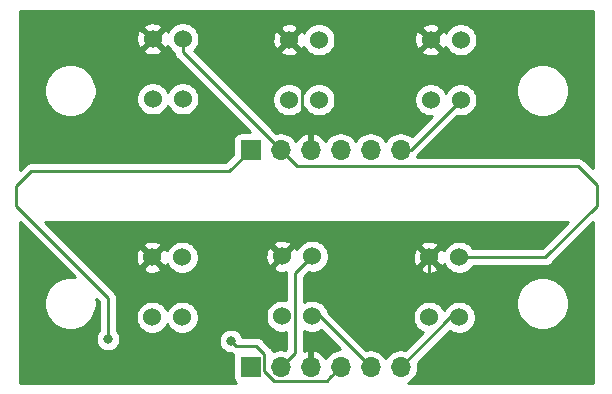
<source format=gbl>
G04 #@! TF.GenerationSoftware,KiCad,Pcbnew,(6.0.0-rc1-dev-1521-g81a0ab4d7)*
G04 #@! TF.CreationDate,2019-02-16T01:33:36+09:00
G04 #@! TF.ProjectId,Linesens_mini,4c696e65-7365-46e7-935f-6d696e692e6b,rev?*
G04 #@! TF.SameCoordinates,Original*
G04 #@! TF.FileFunction,Copper,L2,Bot*
G04 #@! TF.FilePolarity,Positive*
%FSLAX46Y46*%
G04 Gerber Fmt 4.6, Leading zero omitted, Abs format (unit mm)*
G04 Created by KiCad (PCBNEW (6.0.0-rc1-dev-1521-g81a0ab4d7)) date 02/16/19 01:33:36*
%MOMM*%
%LPD*%
G04 APERTURE LIST*
%ADD10C,1.524000*%
%ADD11R,1.700000X1.700000*%
%ADD12O,1.700000X1.700000*%
%ADD13C,0.800000*%
%ADD14C,0.250000*%
%ADD15C,0.254000*%
G04 APERTURE END LIST*
D10*
X77484040Y-83183055D03*
X77484040Y-78103055D03*
X74944040Y-78103055D03*
X74944040Y-83183055D03*
D11*
X83275000Y-69025000D03*
D12*
X85815000Y-69025000D03*
X88355000Y-69025000D03*
X90895000Y-69025000D03*
X93435000Y-69025000D03*
X95975000Y-69025000D03*
X95975000Y-87400000D03*
X93435000Y-87400000D03*
X90895000Y-87400000D03*
X88355000Y-87400000D03*
X85815000Y-87400000D03*
D11*
X83275000Y-87400000D03*
D10*
X101072721Y-64784428D03*
X101072721Y-59704428D03*
X98532721Y-59704428D03*
X98532721Y-64784428D03*
X86532721Y-64784428D03*
X86532721Y-59704428D03*
X89072721Y-59704428D03*
X89072721Y-64784428D03*
X74992721Y-64704428D03*
X74992721Y-59624428D03*
X77532721Y-59624428D03*
X77532721Y-64704428D03*
X100944040Y-83183055D03*
X100944040Y-78103055D03*
X98404040Y-78103055D03*
X98404040Y-83183055D03*
X85944040Y-83103055D03*
X85944040Y-78023055D03*
X88484040Y-78023055D03*
X88484040Y-83103055D03*
D13*
X93970000Y-84080000D03*
X71189998Y-85045000D03*
X81620000Y-85190000D03*
D14*
X88355000Y-67822919D02*
X88355000Y-69025000D01*
X87619722Y-67087641D02*
X88355000Y-67822919D01*
X87619722Y-60791429D02*
X87619722Y-67087641D01*
X86532721Y-59704428D02*
X87619722Y-60791429D01*
X98404040Y-79645960D02*
X98404040Y-78103055D01*
X93970000Y-84080000D02*
X98404040Y-79645960D01*
X71189998Y-84479315D02*
X71189998Y-85045000D01*
X81470000Y-70830000D02*
X64710000Y-70830000D01*
X83275000Y-69025000D02*
X81470000Y-70830000D01*
X64710000Y-70830000D02*
X63424990Y-72115010D01*
X63424990Y-72115010D02*
X63424990Y-73755943D01*
X63424990Y-73755943D02*
X71189998Y-81520951D01*
X71189998Y-81520951D02*
X71189998Y-84479315D01*
X77532721Y-60742721D02*
X77532721Y-59624428D01*
X85815000Y-69025000D02*
X77532721Y-60742721D01*
X87722041Y-78785054D02*
X88484040Y-78023055D01*
X87031041Y-79476054D02*
X87722041Y-78785054D01*
X87031041Y-86183959D02*
X87031041Y-79476054D01*
X85815000Y-87400000D02*
X87031041Y-86183959D01*
X102021670Y-78103055D02*
X100944040Y-78103055D01*
X87180000Y-70390000D02*
X110990000Y-70390000D01*
X85815000Y-69025000D02*
X87180000Y-70390000D01*
X110990000Y-70390000D02*
X112575010Y-71975010D01*
X112575010Y-71975010D02*
X112575010Y-73755943D01*
X112575010Y-73755943D02*
X108227898Y-78103055D01*
X108227898Y-78103055D02*
X102021670Y-78103055D01*
X96832149Y-69025000D02*
X95975000Y-69025000D01*
X101072721Y-64784428D02*
X96832149Y-69025000D01*
X85250999Y-88575001D02*
X89719999Y-88575001D01*
X84450001Y-87774003D02*
X85250999Y-88575001D01*
X84450001Y-86289999D02*
X84450001Y-87774003D01*
X89719999Y-88575001D02*
X90045001Y-88249999D01*
X83750001Y-85589999D02*
X84450001Y-86289999D01*
X90045001Y-88249999D02*
X90895000Y-87400000D01*
X82019999Y-85589999D02*
X83750001Y-85589999D01*
X81620000Y-85190000D02*
X82019999Y-85589999D01*
X89138055Y-83103055D02*
X88484040Y-83103055D01*
X93435000Y-87400000D02*
X89138055Y-83103055D01*
X100191945Y-83183055D02*
X100944040Y-83183055D01*
X95975000Y-87400000D02*
X100191945Y-83183055D01*
D15*
G36*
X107913097Y-77343055D02*
G01*
X102116381Y-77343055D01*
X102029160Y-77212520D01*
X101834575Y-77017935D01*
X101605767Y-76865050D01*
X101351530Y-76759741D01*
X101081632Y-76706055D01*
X100806448Y-76706055D01*
X100536550Y-76759741D01*
X100282313Y-76865050D01*
X100053505Y-77017935D01*
X99858920Y-77212520D01*
X99706035Y-77441328D01*
X99676348Y-77512998D01*
X99671676Y-77500032D01*
X99609696Y-77384075D01*
X99369605Y-77317095D01*
X98583645Y-78103055D01*
X99369605Y-78889015D01*
X99609696Y-78822035D01*
X99673525Y-78686295D01*
X99706035Y-78764782D01*
X99858920Y-78993590D01*
X100053505Y-79188175D01*
X100282313Y-79341060D01*
X100536550Y-79446369D01*
X100806448Y-79500055D01*
X101081632Y-79500055D01*
X101351530Y-79446369D01*
X101605767Y-79341060D01*
X101834575Y-79188175D01*
X102029160Y-78993590D01*
X102116381Y-78863055D01*
X108190576Y-78863055D01*
X108227898Y-78866731D01*
X108265220Y-78863055D01*
X108265231Y-78863055D01*
X108376884Y-78852058D01*
X108520145Y-78808601D01*
X108652174Y-78738029D01*
X108767899Y-78643056D01*
X108791702Y-78614052D01*
X112265001Y-75140754D01*
X112265000Y-88765000D01*
X96571476Y-88765000D01*
X96804014Y-88640706D01*
X97030134Y-88455134D01*
X97215706Y-88229014D01*
X97353599Y-87971034D01*
X97438513Y-87691111D01*
X97467185Y-87400000D01*
X97438513Y-87108889D01*
X97415797Y-87034004D01*
X100130308Y-84319493D01*
X100282313Y-84421060D01*
X100536550Y-84526369D01*
X100806448Y-84580055D01*
X101081632Y-84580055D01*
X101351530Y-84526369D01*
X101605767Y-84421060D01*
X101834575Y-84268175D01*
X102029160Y-84073590D01*
X102182045Y-83844782D01*
X102287354Y-83590545D01*
X102341040Y-83320647D01*
X102341040Y-83045463D01*
X102287354Y-82775565D01*
X102182045Y-82521328D01*
X102029160Y-82292520D01*
X101834575Y-82097935D01*
X101605767Y-81945050D01*
X101351530Y-81839741D01*
X101081632Y-81786055D01*
X100806448Y-81786055D01*
X100536550Y-81839741D01*
X100282313Y-81945050D01*
X100053505Y-82097935D01*
X99858920Y-82292520D01*
X99706035Y-82521328D01*
X99674040Y-82598570D01*
X99642045Y-82521328D01*
X99489160Y-82292520D01*
X99294575Y-82097935D01*
X99065767Y-81945050D01*
X98811530Y-81839741D01*
X98541632Y-81786055D01*
X98266448Y-81786055D01*
X97996550Y-81839741D01*
X97742313Y-81945050D01*
X97513505Y-82097935D01*
X97318920Y-82292520D01*
X97166035Y-82521328D01*
X97060726Y-82775565D01*
X97007040Y-83045463D01*
X97007040Y-83320647D01*
X97060726Y-83590545D01*
X97166035Y-83844782D01*
X97318920Y-84073590D01*
X97513505Y-84268175D01*
X97742313Y-84421060D01*
X97839063Y-84461135D01*
X96340996Y-85959203D01*
X96266111Y-85936487D01*
X96047950Y-85915000D01*
X95902050Y-85915000D01*
X95683889Y-85936487D01*
X95403966Y-86021401D01*
X95145986Y-86159294D01*
X94919866Y-86344866D01*
X94734294Y-86570986D01*
X94705000Y-86625791D01*
X94675706Y-86570986D01*
X94490134Y-86344866D01*
X94264014Y-86159294D01*
X94006034Y-86021401D01*
X93726111Y-85936487D01*
X93507950Y-85915000D01*
X93362050Y-85915000D01*
X93143889Y-85936487D01*
X93069005Y-85959203D01*
X89832814Y-82723013D01*
X89827354Y-82695565D01*
X89722045Y-82441328D01*
X89569160Y-82212520D01*
X89374575Y-82017935D01*
X89145767Y-81865050D01*
X88940131Y-81779872D01*
X105755000Y-81779872D01*
X105755000Y-82220128D01*
X105840890Y-82651925D01*
X106009369Y-83058669D01*
X106253962Y-83424729D01*
X106565271Y-83736038D01*
X106931331Y-83980631D01*
X107338075Y-84149110D01*
X107769872Y-84235000D01*
X108210128Y-84235000D01*
X108641925Y-84149110D01*
X109048669Y-83980631D01*
X109414729Y-83736038D01*
X109726038Y-83424729D01*
X109970631Y-83058669D01*
X110139110Y-82651925D01*
X110225000Y-82220128D01*
X110225000Y-81779872D01*
X110139110Y-81348075D01*
X109970631Y-80941331D01*
X109726038Y-80575271D01*
X109414729Y-80263962D01*
X109048669Y-80019369D01*
X108641925Y-79850890D01*
X108210128Y-79765000D01*
X107769872Y-79765000D01*
X107338075Y-79850890D01*
X106931331Y-80019369D01*
X106565271Y-80263962D01*
X106253962Y-80575271D01*
X106009369Y-80941331D01*
X105840890Y-81348075D01*
X105755000Y-81779872D01*
X88940131Y-81779872D01*
X88891530Y-81759741D01*
X88621632Y-81706055D01*
X88346448Y-81706055D01*
X88076550Y-81759741D01*
X87822313Y-81865050D01*
X87791041Y-81885945D01*
X87791041Y-79790855D01*
X88192470Y-79389427D01*
X88346448Y-79420055D01*
X88621632Y-79420055D01*
X88891530Y-79366369D01*
X89145767Y-79261060D01*
X89374575Y-79108175D01*
X89414130Y-79068620D01*
X97618080Y-79068620D01*
X97685060Y-79308711D01*
X97934088Y-79425811D01*
X98201175Y-79492078D01*
X98476057Y-79504965D01*
X98748173Y-79463977D01*
X99007063Y-79370691D01*
X99123020Y-79308711D01*
X99190000Y-79068620D01*
X98404040Y-78282660D01*
X97618080Y-79068620D01*
X89414130Y-79068620D01*
X89569160Y-78913590D01*
X89722045Y-78684782D01*
X89827354Y-78430545D01*
X89878170Y-78175072D01*
X97002130Y-78175072D01*
X97043118Y-78447188D01*
X97136404Y-78706078D01*
X97198384Y-78822035D01*
X97438475Y-78889015D01*
X98224435Y-78103055D01*
X97438475Y-77317095D01*
X97198384Y-77384075D01*
X97081284Y-77633103D01*
X97015017Y-77900190D01*
X97002130Y-78175072D01*
X89878170Y-78175072D01*
X89881040Y-78160647D01*
X89881040Y-77885463D01*
X89827354Y-77615565D01*
X89722045Y-77361328D01*
X89572481Y-77137490D01*
X97618080Y-77137490D01*
X98404040Y-77923450D01*
X99190000Y-77137490D01*
X99123020Y-76897399D01*
X98873992Y-76780299D01*
X98606905Y-76714032D01*
X98332023Y-76701145D01*
X98059907Y-76742133D01*
X97801017Y-76835419D01*
X97685060Y-76897399D01*
X97618080Y-77137490D01*
X89572481Y-77137490D01*
X89569160Y-77132520D01*
X89374575Y-76937935D01*
X89145767Y-76785050D01*
X88891530Y-76679741D01*
X88621632Y-76626055D01*
X88346448Y-76626055D01*
X88076550Y-76679741D01*
X87822313Y-76785050D01*
X87593505Y-76937935D01*
X87398920Y-77132520D01*
X87246035Y-77361328D01*
X87216348Y-77432998D01*
X87211676Y-77420032D01*
X87149696Y-77304075D01*
X86909605Y-77237095D01*
X86123645Y-78023055D01*
X86137788Y-78037198D01*
X85958183Y-78216803D01*
X85944040Y-78202660D01*
X85158080Y-78988620D01*
X85225060Y-79228711D01*
X85474088Y-79345811D01*
X85741175Y-79412078D01*
X86016057Y-79424965D01*
X86276257Y-79385772D01*
X86272397Y-79424965D01*
X86267365Y-79476054D01*
X86271042Y-79513386D01*
X86271042Y-81743731D01*
X86081632Y-81706055D01*
X85806448Y-81706055D01*
X85536550Y-81759741D01*
X85282313Y-81865050D01*
X85053505Y-82017935D01*
X84858920Y-82212520D01*
X84706035Y-82441328D01*
X84600726Y-82695565D01*
X84547040Y-82965463D01*
X84547040Y-83240647D01*
X84600726Y-83510545D01*
X84706035Y-83764782D01*
X84858920Y-83993590D01*
X85053505Y-84188175D01*
X85282313Y-84341060D01*
X85536550Y-84446369D01*
X85806448Y-84500055D01*
X86081632Y-84500055D01*
X86271041Y-84462379D01*
X86271041Y-85869157D01*
X86180995Y-85959203D01*
X86106111Y-85936487D01*
X85887950Y-85915000D01*
X85742050Y-85915000D01*
X85523889Y-85936487D01*
X85243966Y-86021401D01*
X85174056Y-86058769D01*
X85155547Y-85997752D01*
X85084975Y-85865723D01*
X85038159Y-85808677D01*
X85013800Y-85778995D01*
X85013796Y-85778991D01*
X84990002Y-85749998D01*
X84961010Y-85726205D01*
X84313804Y-85079001D01*
X84290002Y-85049998D01*
X84174277Y-84955025D01*
X84042248Y-84884453D01*
X83898987Y-84840996D01*
X83787334Y-84829999D01*
X83787323Y-84829999D01*
X83750001Y-84826323D01*
X83712679Y-84829999D01*
X82591159Y-84829999D01*
X82537205Y-84699744D01*
X82423937Y-84530226D01*
X82279774Y-84386063D01*
X82110256Y-84272795D01*
X81921898Y-84194774D01*
X81721939Y-84155000D01*
X81518061Y-84155000D01*
X81318102Y-84194774D01*
X81129744Y-84272795D01*
X80960226Y-84386063D01*
X80816063Y-84530226D01*
X80702795Y-84699744D01*
X80624774Y-84888102D01*
X80585000Y-85088061D01*
X80585000Y-85291939D01*
X80624774Y-85491898D01*
X80702795Y-85680256D01*
X80816063Y-85849774D01*
X80960226Y-85993937D01*
X81129744Y-86107205D01*
X81318102Y-86185226D01*
X81518061Y-86225000D01*
X81595774Y-86225000D01*
X81727752Y-86295545D01*
X81829273Y-86326341D01*
X81799188Y-86425518D01*
X81786928Y-86550000D01*
X81786928Y-88250000D01*
X81799188Y-88374482D01*
X81835498Y-88494180D01*
X81894463Y-88604494D01*
X81973815Y-88701185D01*
X82051574Y-88765000D01*
X63735000Y-88765000D01*
X63735000Y-75140754D01*
X68393789Y-79799543D01*
X68220128Y-79765000D01*
X67779872Y-79765000D01*
X67348075Y-79850890D01*
X66941331Y-80019369D01*
X66575271Y-80263962D01*
X66263962Y-80575271D01*
X66019369Y-80941331D01*
X65850890Y-81348075D01*
X65765000Y-81779872D01*
X65765000Y-82220128D01*
X65850890Y-82651925D01*
X66019369Y-83058669D01*
X66263962Y-83424729D01*
X66575271Y-83736038D01*
X66941331Y-83980631D01*
X67348075Y-84149110D01*
X67779872Y-84235000D01*
X68220128Y-84235000D01*
X68651925Y-84149110D01*
X69058669Y-83980631D01*
X69424729Y-83736038D01*
X69736038Y-83424729D01*
X69980631Y-83058669D01*
X70149110Y-82651925D01*
X70235000Y-82220128D01*
X70235000Y-81779872D01*
X70200457Y-81606212D01*
X70429998Y-81835753D01*
X70429999Y-84341288D01*
X70386061Y-84385226D01*
X70272793Y-84554744D01*
X70194772Y-84743102D01*
X70154998Y-84943061D01*
X70154998Y-85146939D01*
X70194772Y-85346898D01*
X70272793Y-85535256D01*
X70386061Y-85704774D01*
X70530224Y-85848937D01*
X70699742Y-85962205D01*
X70888100Y-86040226D01*
X71088059Y-86080000D01*
X71291937Y-86080000D01*
X71491896Y-86040226D01*
X71680254Y-85962205D01*
X71849772Y-85848937D01*
X71993935Y-85704774D01*
X72107203Y-85535256D01*
X72185224Y-85346898D01*
X72224998Y-85146939D01*
X72224998Y-84943061D01*
X72185224Y-84743102D01*
X72107203Y-84554744D01*
X71993935Y-84385226D01*
X71949998Y-84341289D01*
X71949998Y-83045463D01*
X73547040Y-83045463D01*
X73547040Y-83320647D01*
X73600726Y-83590545D01*
X73706035Y-83844782D01*
X73858920Y-84073590D01*
X74053505Y-84268175D01*
X74282313Y-84421060D01*
X74536550Y-84526369D01*
X74806448Y-84580055D01*
X75081632Y-84580055D01*
X75351530Y-84526369D01*
X75605767Y-84421060D01*
X75834575Y-84268175D01*
X76029160Y-84073590D01*
X76182045Y-83844782D01*
X76214040Y-83767540D01*
X76246035Y-83844782D01*
X76398920Y-84073590D01*
X76593505Y-84268175D01*
X76822313Y-84421060D01*
X77076550Y-84526369D01*
X77346448Y-84580055D01*
X77621632Y-84580055D01*
X77891530Y-84526369D01*
X78145767Y-84421060D01*
X78374575Y-84268175D01*
X78569160Y-84073590D01*
X78722045Y-83844782D01*
X78827354Y-83590545D01*
X78881040Y-83320647D01*
X78881040Y-83045463D01*
X78827354Y-82775565D01*
X78722045Y-82521328D01*
X78569160Y-82292520D01*
X78374575Y-82097935D01*
X78145767Y-81945050D01*
X77891530Y-81839741D01*
X77621632Y-81786055D01*
X77346448Y-81786055D01*
X77076550Y-81839741D01*
X76822313Y-81945050D01*
X76593505Y-82097935D01*
X76398920Y-82292520D01*
X76246035Y-82521328D01*
X76214040Y-82598570D01*
X76182045Y-82521328D01*
X76029160Y-82292520D01*
X75834575Y-82097935D01*
X75605767Y-81945050D01*
X75351530Y-81839741D01*
X75081632Y-81786055D01*
X74806448Y-81786055D01*
X74536550Y-81839741D01*
X74282313Y-81945050D01*
X74053505Y-82097935D01*
X73858920Y-82292520D01*
X73706035Y-82521328D01*
X73600726Y-82775565D01*
X73547040Y-83045463D01*
X71949998Y-83045463D01*
X71949998Y-81558284D01*
X71953675Y-81520951D01*
X71939001Y-81371965D01*
X71895544Y-81228704D01*
X71824972Y-81096675D01*
X71753797Y-81009948D01*
X71729999Y-80980950D01*
X71701002Y-80957153D01*
X69812469Y-79068620D01*
X74158080Y-79068620D01*
X74225060Y-79308711D01*
X74474088Y-79425811D01*
X74741175Y-79492078D01*
X75016057Y-79504965D01*
X75288173Y-79463977D01*
X75547063Y-79370691D01*
X75663020Y-79308711D01*
X75730000Y-79068620D01*
X74944040Y-78282660D01*
X74158080Y-79068620D01*
X69812469Y-79068620D01*
X68918921Y-78175072D01*
X73542130Y-78175072D01*
X73583118Y-78447188D01*
X73676404Y-78706078D01*
X73738384Y-78822035D01*
X73978475Y-78889015D01*
X74764435Y-78103055D01*
X75123645Y-78103055D01*
X75909605Y-78889015D01*
X76149696Y-78822035D01*
X76213525Y-78686295D01*
X76246035Y-78764782D01*
X76398920Y-78993590D01*
X76593505Y-79188175D01*
X76822313Y-79341060D01*
X77076550Y-79446369D01*
X77346448Y-79500055D01*
X77621632Y-79500055D01*
X77891530Y-79446369D01*
X78145767Y-79341060D01*
X78374575Y-79188175D01*
X78569160Y-78993590D01*
X78722045Y-78764782D01*
X78827354Y-78510545D01*
X78881040Y-78240647D01*
X78881040Y-78095072D01*
X84542130Y-78095072D01*
X84583118Y-78367188D01*
X84676404Y-78626078D01*
X84738384Y-78742035D01*
X84978475Y-78809015D01*
X85764435Y-78023055D01*
X84978475Y-77237095D01*
X84738384Y-77304075D01*
X84621284Y-77553103D01*
X84555017Y-77820190D01*
X84542130Y-78095072D01*
X78881040Y-78095072D01*
X78881040Y-77965463D01*
X78827354Y-77695565D01*
X78722045Y-77441328D01*
X78569160Y-77212520D01*
X78414130Y-77057490D01*
X85158080Y-77057490D01*
X85944040Y-77843450D01*
X86730000Y-77057490D01*
X86663020Y-76817399D01*
X86413992Y-76700299D01*
X86146905Y-76634032D01*
X85872023Y-76621145D01*
X85599907Y-76662133D01*
X85341017Y-76755419D01*
X85225060Y-76817399D01*
X85158080Y-77057490D01*
X78414130Y-77057490D01*
X78374575Y-77017935D01*
X78145767Y-76865050D01*
X77891530Y-76759741D01*
X77621632Y-76706055D01*
X77346448Y-76706055D01*
X77076550Y-76759741D01*
X76822313Y-76865050D01*
X76593505Y-77017935D01*
X76398920Y-77212520D01*
X76246035Y-77441328D01*
X76216348Y-77512998D01*
X76211676Y-77500032D01*
X76149696Y-77384075D01*
X75909605Y-77317095D01*
X75123645Y-78103055D01*
X74764435Y-78103055D01*
X73978475Y-77317095D01*
X73738384Y-77384075D01*
X73621284Y-77633103D01*
X73555017Y-77900190D01*
X73542130Y-78175072D01*
X68918921Y-78175072D01*
X67881339Y-77137490D01*
X74158080Y-77137490D01*
X74944040Y-77923450D01*
X75730000Y-77137490D01*
X75663020Y-76897399D01*
X75413992Y-76780299D01*
X75146905Y-76714032D01*
X74872023Y-76701145D01*
X74599907Y-76742133D01*
X74341017Y-76835419D01*
X74225060Y-76897399D01*
X74158080Y-77137490D01*
X67881339Y-77137490D01*
X65878848Y-75135000D01*
X110121151Y-75135000D01*
X107913097Y-77343055D01*
X107913097Y-77343055D01*
G37*
X107913097Y-77343055D02*
X102116381Y-77343055D01*
X102029160Y-77212520D01*
X101834575Y-77017935D01*
X101605767Y-76865050D01*
X101351530Y-76759741D01*
X101081632Y-76706055D01*
X100806448Y-76706055D01*
X100536550Y-76759741D01*
X100282313Y-76865050D01*
X100053505Y-77017935D01*
X99858920Y-77212520D01*
X99706035Y-77441328D01*
X99676348Y-77512998D01*
X99671676Y-77500032D01*
X99609696Y-77384075D01*
X99369605Y-77317095D01*
X98583645Y-78103055D01*
X99369605Y-78889015D01*
X99609696Y-78822035D01*
X99673525Y-78686295D01*
X99706035Y-78764782D01*
X99858920Y-78993590D01*
X100053505Y-79188175D01*
X100282313Y-79341060D01*
X100536550Y-79446369D01*
X100806448Y-79500055D01*
X101081632Y-79500055D01*
X101351530Y-79446369D01*
X101605767Y-79341060D01*
X101834575Y-79188175D01*
X102029160Y-78993590D01*
X102116381Y-78863055D01*
X108190576Y-78863055D01*
X108227898Y-78866731D01*
X108265220Y-78863055D01*
X108265231Y-78863055D01*
X108376884Y-78852058D01*
X108520145Y-78808601D01*
X108652174Y-78738029D01*
X108767899Y-78643056D01*
X108791702Y-78614052D01*
X112265001Y-75140754D01*
X112265000Y-88765000D01*
X96571476Y-88765000D01*
X96804014Y-88640706D01*
X97030134Y-88455134D01*
X97215706Y-88229014D01*
X97353599Y-87971034D01*
X97438513Y-87691111D01*
X97467185Y-87400000D01*
X97438513Y-87108889D01*
X97415797Y-87034004D01*
X100130308Y-84319493D01*
X100282313Y-84421060D01*
X100536550Y-84526369D01*
X100806448Y-84580055D01*
X101081632Y-84580055D01*
X101351530Y-84526369D01*
X101605767Y-84421060D01*
X101834575Y-84268175D01*
X102029160Y-84073590D01*
X102182045Y-83844782D01*
X102287354Y-83590545D01*
X102341040Y-83320647D01*
X102341040Y-83045463D01*
X102287354Y-82775565D01*
X102182045Y-82521328D01*
X102029160Y-82292520D01*
X101834575Y-82097935D01*
X101605767Y-81945050D01*
X101351530Y-81839741D01*
X101081632Y-81786055D01*
X100806448Y-81786055D01*
X100536550Y-81839741D01*
X100282313Y-81945050D01*
X100053505Y-82097935D01*
X99858920Y-82292520D01*
X99706035Y-82521328D01*
X99674040Y-82598570D01*
X99642045Y-82521328D01*
X99489160Y-82292520D01*
X99294575Y-82097935D01*
X99065767Y-81945050D01*
X98811530Y-81839741D01*
X98541632Y-81786055D01*
X98266448Y-81786055D01*
X97996550Y-81839741D01*
X97742313Y-81945050D01*
X97513505Y-82097935D01*
X97318920Y-82292520D01*
X97166035Y-82521328D01*
X97060726Y-82775565D01*
X97007040Y-83045463D01*
X97007040Y-83320647D01*
X97060726Y-83590545D01*
X97166035Y-83844782D01*
X97318920Y-84073590D01*
X97513505Y-84268175D01*
X97742313Y-84421060D01*
X97839063Y-84461135D01*
X96340996Y-85959203D01*
X96266111Y-85936487D01*
X96047950Y-85915000D01*
X95902050Y-85915000D01*
X95683889Y-85936487D01*
X95403966Y-86021401D01*
X95145986Y-86159294D01*
X94919866Y-86344866D01*
X94734294Y-86570986D01*
X94705000Y-86625791D01*
X94675706Y-86570986D01*
X94490134Y-86344866D01*
X94264014Y-86159294D01*
X94006034Y-86021401D01*
X93726111Y-85936487D01*
X93507950Y-85915000D01*
X93362050Y-85915000D01*
X93143889Y-85936487D01*
X93069005Y-85959203D01*
X89832814Y-82723013D01*
X89827354Y-82695565D01*
X89722045Y-82441328D01*
X89569160Y-82212520D01*
X89374575Y-82017935D01*
X89145767Y-81865050D01*
X88940131Y-81779872D01*
X105755000Y-81779872D01*
X105755000Y-82220128D01*
X105840890Y-82651925D01*
X106009369Y-83058669D01*
X106253962Y-83424729D01*
X106565271Y-83736038D01*
X106931331Y-83980631D01*
X107338075Y-84149110D01*
X107769872Y-84235000D01*
X108210128Y-84235000D01*
X108641925Y-84149110D01*
X109048669Y-83980631D01*
X109414729Y-83736038D01*
X109726038Y-83424729D01*
X109970631Y-83058669D01*
X110139110Y-82651925D01*
X110225000Y-82220128D01*
X110225000Y-81779872D01*
X110139110Y-81348075D01*
X109970631Y-80941331D01*
X109726038Y-80575271D01*
X109414729Y-80263962D01*
X109048669Y-80019369D01*
X108641925Y-79850890D01*
X108210128Y-79765000D01*
X107769872Y-79765000D01*
X107338075Y-79850890D01*
X106931331Y-80019369D01*
X106565271Y-80263962D01*
X106253962Y-80575271D01*
X106009369Y-80941331D01*
X105840890Y-81348075D01*
X105755000Y-81779872D01*
X88940131Y-81779872D01*
X88891530Y-81759741D01*
X88621632Y-81706055D01*
X88346448Y-81706055D01*
X88076550Y-81759741D01*
X87822313Y-81865050D01*
X87791041Y-81885945D01*
X87791041Y-79790855D01*
X88192470Y-79389427D01*
X88346448Y-79420055D01*
X88621632Y-79420055D01*
X88891530Y-79366369D01*
X89145767Y-79261060D01*
X89374575Y-79108175D01*
X89414130Y-79068620D01*
X97618080Y-79068620D01*
X97685060Y-79308711D01*
X97934088Y-79425811D01*
X98201175Y-79492078D01*
X98476057Y-79504965D01*
X98748173Y-79463977D01*
X99007063Y-79370691D01*
X99123020Y-79308711D01*
X99190000Y-79068620D01*
X98404040Y-78282660D01*
X97618080Y-79068620D01*
X89414130Y-79068620D01*
X89569160Y-78913590D01*
X89722045Y-78684782D01*
X89827354Y-78430545D01*
X89878170Y-78175072D01*
X97002130Y-78175072D01*
X97043118Y-78447188D01*
X97136404Y-78706078D01*
X97198384Y-78822035D01*
X97438475Y-78889015D01*
X98224435Y-78103055D01*
X97438475Y-77317095D01*
X97198384Y-77384075D01*
X97081284Y-77633103D01*
X97015017Y-77900190D01*
X97002130Y-78175072D01*
X89878170Y-78175072D01*
X89881040Y-78160647D01*
X89881040Y-77885463D01*
X89827354Y-77615565D01*
X89722045Y-77361328D01*
X89572481Y-77137490D01*
X97618080Y-77137490D01*
X98404040Y-77923450D01*
X99190000Y-77137490D01*
X99123020Y-76897399D01*
X98873992Y-76780299D01*
X98606905Y-76714032D01*
X98332023Y-76701145D01*
X98059907Y-76742133D01*
X97801017Y-76835419D01*
X97685060Y-76897399D01*
X97618080Y-77137490D01*
X89572481Y-77137490D01*
X89569160Y-77132520D01*
X89374575Y-76937935D01*
X89145767Y-76785050D01*
X88891530Y-76679741D01*
X88621632Y-76626055D01*
X88346448Y-76626055D01*
X88076550Y-76679741D01*
X87822313Y-76785050D01*
X87593505Y-76937935D01*
X87398920Y-77132520D01*
X87246035Y-77361328D01*
X87216348Y-77432998D01*
X87211676Y-77420032D01*
X87149696Y-77304075D01*
X86909605Y-77237095D01*
X86123645Y-78023055D01*
X86137788Y-78037198D01*
X85958183Y-78216803D01*
X85944040Y-78202660D01*
X85158080Y-78988620D01*
X85225060Y-79228711D01*
X85474088Y-79345811D01*
X85741175Y-79412078D01*
X86016057Y-79424965D01*
X86276257Y-79385772D01*
X86272397Y-79424965D01*
X86267365Y-79476054D01*
X86271042Y-79513386D01*
X86271042Y-81743731D01*
X86081632Y-81706055D01*
X85806448Y-81706055D01*
X85536550Y-81759741D01*
X85282313Y-81865050D01*
X85053505Y-82017935D01*
X84858920Y-82212520D01*
X84706035Y-82441328D01*
X84600726Y-82695565D01*
X84547040Y-82965463D01*
X84547040Y-83240647D01*
X84600726Y-83510545D01*
X84706035Y-83764782D01*
X84858920Y-83993590D01*
X85053505Y-84188175D01*
X85282313Y-84341060D01*
X85536550Y-84446369D01*
X85806448Y-84500055D01*
X86081632Y-84500055D01*
X86271041Y-84462379D01*
X86271041Y-85869157D01*
X86180995Y-85959203D01*
X86106111Y-85936487D01*
X85887950Y-85915000D01*
X85742050Y-85915000D01*
X85523889Y-85936487D01*
X85243966Y-86021401D01*
X85174056Y-86058769D01*
X85155547Y-85997752D01*
X85084975Y-85865723D01*
X85038159Y-85808677D01*
X85013800Y-85778995D01*
X85013796Y-85778991D01*
X84990002Y-85749998D01*
X84961010Y-85726205D01*
X84313804Y-85079001D01*
X84290002Y-85049998D01*
X84174277Y-84955025D01*
X84042248Y-84884453D01*
X83898987Y-84840996D01*
X83787334Y-84829999D01*
X83787323Y-84829999D01*
X83750001Y-84826323D01*
X83712679Y-84829999D01*
X82591159Y-84829999D01*
X82537205Y-84699744D01*
X82423937Y-84530226D01*
X82279774Y-84386063D01*
X82110256Y-84272795D01*
X81921898Y-84194774D01*
X81721939Y-84155000D01*
X81518061Y-84155000D01*
X81318102Y-84194774D01*
X81129744Y-84272795D01*
X80960226Y-84386063D01*
X80816063Y-84530226D01*
X80702795Y-84699744D01*
X80624774Y-84888102D01*
X80585000Y-85088061D01*
X80585000Y-85291939D01*
X80624774Y-85491898D01*
X80702795Y-85680256D01*
X80816063Y-85849774D01*
X80960226Y-85993937D01*
X81129744Y-86107205D01*
X81318102Y-86185226D01*
X81518061Y-86225000D01*
X81595774Y-86225000D01*
X81727752Y-86295545D01*
X81829273Y-86326341D01*
X81799188Y-86425518D01*
X81786928Y-86550000D01*
X81786928Y-88250000D01*
X81799188Y-88374482D01*
X81835498Y-88494180D01*
X81894463Y-88604494D01*
X81973815Y-88701185D01*
X82051574Y-88765000D01*
X63735000Y-88765000D01*
X63735000Y-75140754D01*
X68393789Y-79799543D01*
X68220128Y-79765000D01*
X67779872Y-79765000D01*
X67348075Y-79850890D01*
X66941331Y-80019369D01*
X66575271Y-80263962D01*
X66263962Y-80575271D01*
X66019369Y-80941331D01*
X65850890Y-81348075D01*
X65765000Y-81779872D01*
X65765000Y-82220128D01*
X65850890Y-82651925D01*
X66019369Y-83058669D01*
X66263962Y-83424729D01*
X66575271Y-83736038D01*
X66941331Y-83980631D01*
X67348075Y-84149110D01*
X67779872Y-84235000D01*
X68220128Y-84235000D01*
X68651925Y-84149110D01*
X69058669Y-83980631D01*
X69424729Y-83736038D01*
X69736038Y-83424729D01*
X69980631Y-83058669D01*
X70149110Y-82651925D01*
X70235000Y-82220128D01*
X70235000Y-81779872D01*
X70200457Y-81606212D01*
X70429998Y-81835753D01*
X70429999Y-84341288D01*
X70386061Y-84385226D01*
X70272793Y-84554744D01*
X70194772Y-84743102D01*
X70154998Y-84943061D01*
X70154998Y-85146939D01*
X70194772Y-85346898D01*
X70272793Y-85535256D01*
X70386061Y-85704774D01*
X70530224Y-85848937D01*
X70699742Y-85962205D01*
X70888100Y-86040226D01*
X71088059Y-86080000D01*
X71291937Y-86080000D01*
X71491896Y-86040226D01*
X71680254Y-85962205D01*
X71849772Y-85848937D01*
X71993935Y-85704774D01*
X72107203Y-85535256D01*
X72185224Y-85346898D01*
X72224998Y-85146939D01*
X72224998Y-84943061D01*
X72185224Y-84743102D01*
X72107203Y-84554744D01*
X71993935Y-84385226D01*
X71949998Y-84341289D01*
X71949998Y-83045463D01*
X73547040Y-83045463D01*
X73547040Y-83320647D01*
X73600726Y-83590545D01*
X73706035Y-83844782D01*
X73858920Y-84073590D01*
X74053505Y-84268175D01*
X74282313Y-84421060D01*
X74536550Y-84526369D01*
X74806448Y-84580055D01*
X75081632Y-84580055D01*
X75351530Y-84526369D01*
X75605767Y-84421060D01*
X75834575Y-84268175D01*
X76029160Y-84073590D01*
X76182045Y-83844782D01*
X76214040Y-83767540D01*
X76246035Y-83844782D01*
X76398920Y-84073590D01*
X76593505Y-84268175D01*
X76822313Y-84421060D01*
X77076550Y-84526369D01*
X77346448Y-84580055D01*
X77621632Y-84580055D01*
X77891530Y-84526369D01*
X78145767Y-84421060D01*
X78374575Y-84268175D01*
X78569160Y-84073590D01*
X78722045Y-83844782D01*
X78827354Y-83590545D01*
X78881040Y-83320647D01*
X78881040Y-83045463D01*
X78827354Y-82775565D01*
X78722045Y-82521328D01*
X78569160Y-82292520D01*
X78374575Y-82097935D01*
X78145767Y-81945050D01*
X77891530Y-81839741D01*
X77621632Y-81786055D01*
X77346448Y-81786055D01*
X77076550Y-81839741D01*
X76822313Y-81945050D01*
X76593505Y-82097935D01*
X76398920Y-82292520D01*
X76246035Y-82521328D01*
X76214040Y-82598570D01*
X76182045Y-82521328D01*
X76029160Y-82292520D01*
X75834575Y-82097935D01*
X75605767Y-81945050D01*
X75351530Y-81839741D01*
X75081632Y-81786055D01*
X74806448Y-81786055D01*
X74536550Y-81839741D01*
X74282313Y-81945050D01*
X74053505Y-82097935D01*
X73858920Y-82292520D01*
X73706035Y-82521328D01*
X73600726Y-82775565D01*
X73547040Y-83045463D01*
X71949998Y-83045463D01*
X71949998Y-81558284D01*
X71953675Y-81520951D01*
X71939001Y-81371965D01*
X71895544Y-81228704D01*
X71824972Y-81096675D01*
X71753797Y-81009948D01*
X71729999Y-80980950D01*
X71701002Y-80957153D01*
X69812469Y-79068620D01*
X74158080Y-79068620D01*
X74225060Y-79308711D01*
X74474088Y-79425811D01*
X74741175Y-79492078D01*
X75016057Y-79504965D01*
X75288173Y-79463977D01*
X75547063Y-79370691D01*
X75663020Y-79308711D01*
X75730000Y-79068620D01*
X74944040Y-78282660D01*
X74158080Y-79068620D01*
X69812469Y-79068620D01*
X68918921Y-78175072D01*
X73542130Y-78175072D01*
X73583118Y-78447188D01*
X73676404Y-78706078D01*
X73738384Y-78822035D01*
X73978475Y-78889015D01*
X74764435Y-78103055D01*
X75123645Y-78103055D01*
X75909605Y-78889015D01*
X76149696Y-78822035D01*
X76213525Y-78686295D01*
X76246035Y-78764782D01*
X76398920Y-78993590D01*
X76593505Y-79188175D01*
X76822313Y-79341060D01*
X77076550Y-79446369D01*
X77346448Y-79500055D01*
X77621632Y-79500055D01*
X77891530Y-79446369D01*
X78145767Y-79341060D01*
X78374575Y-79188175D01*
X78569160Y-78993590D01*
X78722045Y-78764782D01*
X78827354Y-78510545D01*
X78881040Y-78240647D01*
X78881040Y-78095072D01*
X84542130Y-78095072D01*
X84583118Y-78367188D01*
X84676404Y-78626078D01*
X84738384Y-78742035D01*
X84978475Y-78809015D01*
X85764435Y-78023055D01*
X84978475Y-77237095D01*
X84738384Y-77304075D01*
X84621284Y-77553103D01*
X84555017Y-77820190D01*
X84542130Y-78095072D01*
X78881040Y-78095072D01*
X78881040Y-77965463D01*
X78827354Y-77695565D01*
X78722045Y-77441328D01*
X78569160Y-77212520D01*
X78414130Y-77057490D01*
X85158080Y-77057490D01*
X85944040Y-77843450D01*
X86730000Y-77057490D01*
X86663020Y-76817399D01*
X86413992Y-76700299D01*
X86146905Y-76634032D01*
X85872023Y-76621145D01*
X85599907Y-76662133D01*
X85341017Y-76755419D01*
X85225060Y-76817399D01*
X85158080Y-77057490D01*
X78414130Y-77057490D01*
X78374575Y-77017935D01*
X78145767Y-76865050D01*
X77891530Y-76759741D01*
X77621632Y-76706055D01*
X77346448Y-76706055D01*
X77076550Y-76759741D01*
X76822313Y-76865050D01*
X76593505Y-77017935D01*
X76398920Y-77212520D01*
X76246035Y-77441328D01*
X76216348Y-77512998D01*
X76211676Y-77500032D01*
X76149696Y-77384075D01*
X75909605Y-77317095D01*
X75123645Y-78103055D01*
X74764435Y-78103055D01*
X73978475Y-77317095D01*
X73738384Y-77384075D01*
X73621284Y-77633103D01*
X73555017Y-77900190D01*
X73542130Y-78175072D01*
X68918921Y-78175072D01*
X67881339Y-77137490D01*
X74158080Y-77137490D01*
X74944040Y-77923450D01*
X75730000Y-77137490D01*
X75663020Y-76897399D01*
X75413992Y-76780299D01*
X75146905Y-76714032D01*
X74872023Y-76701145D01*
X74599907Y-76742133D01*
X74341017Y-76835419D01*
X74225060Y-76897399D01*
X74158080Y-77137490D01*
X67881339Y-77137490D01*
X65878848Y-75135000D01*
X110121151Y-75135000D01*
X107913097Y-77343055D01*
G36*
X90875198Y-85915000D02*
G01*
X90822050Y-85915000D01*
X90603889Y-85936487D01*
X90323966Y-86021401D01*
X90065986Y-86159294D01*
X89839866Y-86344866D01*
X89654294Y-86570986D01*
X89619799Y-86635523D01*
X89550178Y-86518645D01*
X89355269Y-86302412D01*
X89121920Y-86128359D01*
X88859099Y-86003175D01*
X88711890Y-85958524D01*
X88482000Y-86079845D01*
X88482000Y-87273000D01*
X88502000Y-87273000D01*
X88502000Y-87527000D01*
X88482000Y-87527000D01*
X88482000Y-87547000D01*
X88228000Y-87547000D01*
X88228000Y-87527000D01*
X88208000Y-87527000D01*
X88208000Y-87273000D01*
X88228000Y-87273000D01*
X88228000Y-86079845D01*
X87998110Y-85958524D01*
X87850901Y-86003175D01*
X87791041Y-86031687D01*
X87791041Y-84320165D01*
X87822313Y-84341060D01*
X88076550Y-84446369D01*
X88346448Y-84500055D01*
X88621632Y-84500055D01*
X88891530Y-84446369D01*
X89145767Y-84341060D01*
X89238977Y-84278779D01*
X90875198Y-85915000D01*
X90875198Y-85915000D01*
G37*
X90875198Y-85915000D02*
X90822050Y-85915000D01*
X90603889Y-85936487D01*
X90323966Y-86021401D01*
X90065986Y-86159294D01*
X89839866Y-86344866D01*
X89654294Y-86570986D01*
X89619799Y-86635523D01*
X89550178Y-86518645D01*
X89355269Y-86302412D01*
X89121920Y-86128359D01*
X88859099Y-86003175D01*
X88711890Y-85958524D01*
X88482000Y-86079845D01*
X88482000Y-87273000D01*
X88502000Y-87273000D01*
X88502000Y-87527000D01*
X88482000Y-87527000D01*
X88482000Y-87547000D01*
X88228000Y-87547000D01*
X88228000Y-87527000D01*
X88208000Y-87527000D01*
X88208000Y-87273000D01*
X88228000Y-87273000D01*
X88228000Y-86079845D01*
X87998110Y-85958524D01*
X87850901Y-86003175D01*
X87791041Y-86031687D01*
X87791041Y-84320165D01*
X87822313Y-84341060D01*
X88076550Y-84446369D01*
X88346448Y-84500055D01*
X88621632Y-84500055D01*
X88891530Y-84446369D01*
X89145767Y-84341060D01*
X89238977Y-84278779D01*
X90875198Y-85915000D01*
G36*
X112265000Y-70590199D02*
G01*
X111553804Y-69879003D01*
X111530001Y-69849999D01*
X111414276Y-69755026D01*
X111282247Y-69684454D01*
X111138986Y-69640997D01*
X111027333Y-69630000D01*
X111027322Y-69630000D01*
X110990000Y-69626324D01*
X110952678Y-69630000D01*
X97335444Y-69630000D01*
X97353599Y-69596034D01*
X97359984Y-69574985D01*
X97372150Y-69565001D01*
X97395953Y-69535997D01*
X100781152Y-66150800D01*
X100935129Y-66181428D01*
X101210313Y-66181428D01*
X101480211Y-66127742D01*
X101734448Y-66022433D01*
X101963256Y-65869548D01*
X102157841Y-65674963D01*
X102310726Y-65446155D01*
X102416035Y-65191918D01*
X102469721Y-64922020D01*
X102469721Y-64646836D01*
X102416035Y-64376938D01*
X102310726Y-64122701D01*
X102157841Y-63893893D01*
X102053820Y-63789872D01*
X105765000Y-63789872D01*
X105765000Y-64230128D01*
X105850890Y-64661925D01*
X106019369Y-65068669D01*
X106263962Y-65434729D01*
X106575271Y-65746038D01*
X106941331Y-65990631D01*
X107348075Y-66159110D01*
X107779872Y-66245000D01*
X108220128Y-66245000D01*
X108651925Y-66159110D01*
X109058669Y-65990631D01*
X109424729Y-65746038D01*
X109736038Y-65434729D01*
X109980631Y-65068669D01*
X110149110Y-64661925D01*
X110235000Y-64230128D01*
X110235000Y-63789872D01*
X110149110Y-63358075D01*
X109980631Y-62951331D01*
X109736038Y-62585271D01*
X109424729Y-62273962D01*
X109058669Y-62029369D01*
X108651925Y-61860890D01*
X108220128Y-61775000D01*
X107779872Y-61775000D01*
X107348075Y-61860890D01*
X106941331Y-62029369D01*
X106575271Y-62273962D01*
X106263962Y-62585271D01*
X106019369Y-62951331D01*
X105850890Y-63358075D01*
X105765000Y-63789872D01*
X102053820Y-63789872D01*
X101963256Y-63699308D01*
X101734448Y-63546423D01*
X101480211Y-63441114D01*
X101210313Y-63387428D01*
X100935129Y-63387428D01*
X100665231Y-63441114D01*
X100410994Y-63546423D01*
X100182186Y-63699308D01*
X99987601Y-63893893D01*
X99834716Y-64122701D01*
X99802721Y-64199943D01*
X99770726Y-64122701D01*
X99617841Y-63893893D01*
X99423256Y-63699308D01*
X99194448Y-63546423D01*
X98940211Y-63441114D01*
X98670313Y-63387428D01*
X98395129Y-63387428D01*
X98125231Y-63441114D01*
X97870994Y-63546423D01*
X97642186Y-63699308D01*
X97447601Y-63893893D01*
X97294716Y-64122701D01*
X97189407Y-64376938D01*
X97135721Y-64646836D01*
X97135721Y-64922020D01*
X97189407Y-65191918D01*
X97294716Y-65446155D01*
X97447601Y-65674963D01*
X97642186Y-65869548D01*
X97870994Y-66022433D01*
X98125231Y-66127742D01*
X98395129Y-66181428D01*
X98600919Y-66181428D01*
X96910589Y-67871758D01*
X96804014Y-67784294D01*
X96546034Y-67646401D01*
X96266111Y-67561487D01*
X96047950Y-67540000D01*
X95902050Y-67540000D01*
X95683889Y-67561487D01*
X95403966Y-67646401D01*
X95145986Y-67784294D01*
X94919866Y-67969866D01*
X94734294Y-68195986D01*
X94705000Y-68250791D01*
X94675706Y-68195986D01*
X94490134Y-67969866D01*
X94264014Y-67784294D01*
X94006034Y-67646401D01*
X93726111Y-67561487D01*
X93507950Y-67540000D01*
X93362050Y-67540000D01*
X93143889Y-67561487D01*
X92863966Y-67646401D01*
X92605986Y-67784294D01*
X92379866Y-67969866D01*
X92194294Y-68195986D01*
X92165000Y-68250791D01*
X92135706Y-68195986D01*
X91950134Y-67969866D01*
X91724014Y-67784294D01*
X91466034Y-67646401D01*
X91186111Y-67561487D01*
X90967950Y-67540000D01*
X90822050Y-67540000D01*
X90603889Y-67561487D01*
X90323966Y-67646401D01*
X90065986Y-67784294D01*
X89839866Y-67969866D01*
X89654294Y-68195986D01*
X89619799Y-68260523D01*
X89550178Y-68143645D01*
X89355269Y-67927412D01*
X89121920Y-67753359D01*
X88859099Y-67628175D01*
X88711890Y-67583524D01*
X88482000Y-67704845D01*
X88482000Y-68898000D01*
X88502000Y-68898000D01*
X88502000Y-69152000D01*
X88482000Y-69152000D01*
X88482000Y-69172000D01*
X88228000Y-69172000D01*
X88228000Y-69152000D01*
X88208000Y-69152000D01*
X88208000Y-68898000D01*
X88228000Y-68898000D01*
X88228000Y-67704845D01*
X87998110Y-67583524D01*
X87850901Y-67628175D01*
X87588080Y-67753359D01*
X87354731Y-67927412D01*
X87159822Y-68143645D01*
X87090201Y-68260523D01*
X87055706Y-68195986D01*
X86870134Y-67969866D01*
X86644014Y-67784294D01*
X86386034Y-67646401D01*
X86106111Y-67561487D01*
X85887950Y-67540000D01*
X85742050Y-67540000D01*
X85523889Y-67561487D01*
X85449005Y-67584203D01*
X82511638Y-64646836D01*
X85135721Y-64646836D01*
X85135721Y-64922020D01*
X85189407Y-65191918D01*
X85294716Y-65446155D01*
X85447601Y-65674963D01*
X85642186Y-65869548D01*
X85870994Y-66022433D01*
X86125231Y-66127742D01*
X86395129Y-66181428D01*
X86670313Y-66181428D01*
X86940211Y-66127742D01*
X87194448Y-66022433D01*
X87423256Y-65869548D01*
X87617841Y-65674963D01*
X87770726Y-65446155D01*
X87802721Y-65368913D01*
X87834716Y-65446155D01*
X87987601Y-65674963D01*
X88182186Y-65869548D01*
X88410994Y-66022433D01*
X88665231Y-66127742D01*
X88935129Y-66181428D01*
X89210313Y-66181428D01*
X89480211Y-66127742D01*
X89734448Y-66022433D01*
X89963256Y-65869548D01*
X90157841Y-65674963D01*
X90310726Y-65446155D01*
X90416035Y-65191918D01*
X90469721Y-64922020D01*
X90469721Y-64646836D01*
X90416035Y-64376938D01*
X90310726Y-64122701D01*
X90157841Y-63893893D01*
X89963256Y-63699308D01*
X89734448Y-63546423D01*
X89480211Y-63441114D01*
X89210313Y-63387428D01*
X88935129Y-63387428D01*
X88665231Y-63441114D01*
X88410994Y-63546423D01*
X88182186Y-63699308D01*
X87987601Y-63893893D01*
X87834716Y-64122701D01*
X87802721Y-64199943D01*
X87770726Y-64122701D01*
X87617841Y-63893893D01*
X87423256Y-63699308D01*
X87194448Y-63546423D01*
X86940211Y-63441114D01*
X86670313Y-63387428D01*
X86395129Y-63387428D01*
X86125231Y-63441114D01*
X85870994Y-63546423D01*
X85642186Y-63699308D01*
X85447601Y-63893893D01*
X85294716Y-64122701D01*
X85189407Y-64376938D01*
X85135721Y-64646836D01*
X82511638Y-64646836D01*
X78534795Y-60669993D01*
X85746761Y-60669993D01*
X85813741Y-60910084D01*
X86062769Y-61027184D01*
X86329856Y-61093451D01*
X86604738Y-61106338D01*
X86876854Y-61065350D01*
X87135744Y-60972064D01*
X87251701Y-60910084D01*
X87318681Y-60669993D01*
X86532721Y-59884033D01*
X85746761Y-60669993D01*
X78534795Y-60669993D01*
X78498803Y-60634001D01*
X78617841Y-60514963D01*
X78770726Y-60286155D01*
X78876035Y-60031918D01*
X78926851Y-59776445D01*
X85130811Y-59776445D01*
X85171799Y-60048561D01*
X85265085Y-60307451D01*
X85327065Y-60423408D01*
X85567156Y-60490388D01*
X86353116Y-59704428D01*
X86712326Y-59704428D01*
X87498286Y-60490388D01*
X87738377Y-60423408D01*
X87802206Y-60287668D01*
X87834716Y-60366155D01*
X87987601Y-60594963D01*
X88182186Y-60789548D01*
X88410994Y-60942433D01*
X88665231Y-61047742D01*
X88935129Y-61101428D01*
X89210313Y-61101428D01*
X89480211Y-61047742D01*
X89734448Y-60942433D01*
X89963256Y-60789548D01*
X90082811Y-60669993D01*
X97746761Y-60669993D01*
X97813741Y-60910084D01*
X98062769Y-61027184D01*
X98329856Y-61093451D01*
X98604738Y-61106338D01*
X98876854Y-61065350D01*
X99135744Y-60972064D01*
X99251701Y-60910084D01*
X99318681Y-60669993D01*
X98532721Y-59884033D01*
X97746761Y-60669993D01*
X90082811Y-60669993D01*
X90157841Y-60594963D01*
X90310726Y-60366155D01*
X90416035Y-60111918D01*
X90469721Y-59842020D01*
X90469721Y-59776445D01*
X97130811Y-59776445D01*
X97171799Y-60048561D01*
X97265085Y-60307451D01*
X97327065Y-60423408D01*
X97567156Y-60490388D01*
X98353116Y-59704428D01*
X98712326Y-59704428D01*
X99498286Y-60490388D01*
X99738377Y-60423408D01*
X99802206Y-60287668D01*
X99834716Y-60366155D01*
X99987601Y-60594963D01*
X100182186Y-60789548D01*
X100410994Y-60942433D01*
X100665231Y-61047742D01*
X100935129Y-61101428D01*
X101210313Y-61101428D01*
X101480211Y-61047742D01*
X101734448Y-60942433D01*
X101963256Y-60789548D01*
X102157841Y-60594963D01*
X102310726Y-60366155D01*
X102416035Y-60111918D01*
X102469721Y-59842020D01*
X102469721Y-59566836D01*
X102416035Y-59296938D01*
X102310726Y-59042701D01*
X102157841Y-58813893D01*
X101963256Y-58619308D01*
X101734448Y-58466423D01*
X101480211Y-58361114D01*
X101210313Y-58307428D01*
X100935129Y-58307428D01*
X100665231Y-58361114D01*
X100410994Y-58466423D01*
X100182186Y-58619308D01*
X99987601Y-58813893D01*
X99834716Y-59042701D01*
X99805029Y-59114371D01*
X99800357Y-59101405D01*
X99738377Y-58985448D01*
X99498286Y-58918468D01*
X98712326Y-59704428D01*
X98353116Y-59704428D01*
X97567156Y-58918468D01*
X97327065Y-58985448D01*
X97209965Y-59234476D01*
X97143698Y-59501563D01*
X97130811Y-59776445D01*
X90469721Y-59776445D01*
X90469721Y-59566836D01*
X90416035Y-59296938D01*
X90310726Y-59042701D01*
X90157841Y-58813893D01*
X90082811Y-58738863D01*
X97746761Y-58738863D01*
X98532721Y-59524823D01*
X99318681Y-58738863D01*
X99251701Y-58498772D01*
X99002673Y-58381672D01*
X98735586Y-58315405D01*
X98460704Y-58302518D01*
X98188588Y-58343506D01*
X97929698Y-58436792D01*
X97813741Y-58498772D01*
X97746761Y-58738863D01*
X90082811Y-58738863D01*
X89963256Y-58619308D01*
X89734448Y-58466423D01*
X89480211Y-58361114D01*
X89210313Y-58307428D01*
X88935129Y-58307428D01*
X88665231Y-58361114D01*
X88410994Y-58466423D01*
X88182186Y-58619308D01*
X87987601Y-58813893D01*
X87834716Y-59042701D01*
X87805029Y-59114371D01*
X87800357Y-59101405D01*
X87738377Y-58985448D01*
X87498286Y-58918468D01*
X86712326Y-59704428D01*
X86353116Y-59704428D01*
X85567156Y-58918468D01*
X85327065Y-58985448D01*
X85209965Y-59234476D01*
X85143698Y-59501563D01*
X85130811Y-59776445D01*
X78926851Y-59776445D01*
X78929721Y-59762020D01*
X78929721Y-59486836D01*
X78876035Y-59216938D01*
X78770726Y-58962701D01*
X78621162Y-58738863D01*
X85746761Y-58738863D01*
X86532721Y-59524823D01*
X87318681Y-58738863D01*
X87251701Y-58498772D01*
X87002673Y-58381672D01*
X86735586Y-58315405D01*
X86460704Y-58302518D01*
X86188588Y-58343506D01*
X85929698Y-58436792D01*
X85813741Y-58498772D01*
X85746761Y-58738863D01*
X78621162Y-58738863D01*
X78617841Y-58733893D01*
X78423256Y-58539308D01*
X78194448Y-58386423D01*
X77940211Y-58281114D01*
X77670313Y-58227428D01*
X77395129Y-58227428D01*
X77125231Y-58281114D01*
X76870994Y-58386423D01*
X76642186Y-58539308D01*
X76447601Y-58733893D01*
X76294716Y-58962701D01*
X76265029Y-59034371D01*
X76260357Y-59021405D01*
X76198377Y-58905448D01*
X75958286Y-58838468D01*
X75172326Y-59624428D01*
X75958286Y-60410388D01*
X76198377Y-60343408D01*
X76262206Y-60207668D01*
X76294716Y-60286155D01*
X76447601Y-60514963D01*
X76642186Y-60709548D01*
X76774483Y-60797947D01*
X76783718Y-60891706D01*
X76824814Y-61027184D01*
X76827175Y-61034967D01*
X76897747Y-61166997D01*
X76937592Y-61215547D01*
X76992720Y-61282722D01*
X77021724Y-61306525D01*
X83252126Y-67536928D01*
X82425000Y-67536928D01*
X82300518Y-67549188D01*
X82180820Y-67585498D01*
X82070506Y-67644463D01*
X81973815Y-67723815D01*
X81894463Y-67820506D01*
X81835498Y-67930820D01*
X81799188Y-68050518D01*
X81786928Y-68175000D01*
X81786928Y-69438270D01*
X81155199Y-70070000D01*
X64747333Y-70070000D01*
X64710000Y-70066323D01*
X64672667Y-70070000D01*
X64561014Y-70080997D01*
X64417753Y-70124454D01*
X64285724Y-70195026D01*
X64169999Y-70289999D01*
X64146201Y-70318997D01*
X63735000Y-70730198D01*
X63735000Y-63779872D01*
X65765000Y-63779872D01*
X65765000Y-64220128D01*
X65850890Y-64651925D01*
X66019369Y-65058669D01*
X66263962Y-65424729D01*
X66575271Y-65736038D01*
X66941331Y-65980631D01*
X67348075Y-66149110D01*
X67779872Y-66235000D01*
X68220128Y-66235000D01*
X68651925Y-66149110D01*
X69058669Y-65980631D01*
X69424729Y-65736038D01*
X69736038Y-65424729D01*
X69980631Y-65058669D01*
X70149110Y-64651925D01*
X70166035Y-64566836D01*
X73595721Y-64566836D01*
X73595721Y-64842020D01*
X73649407Y-65111918D01*
X73754716Y-65366155D01*
X73907601Y-65594963D01*
X74102186Y-65789548D01*
X74330994Y-65942433D01*
X74585231Y-66047742D01*
X74855129Y-66101428D01*
X75130313Y-66101428D01*
X75400211Y-66047742D01*
X75654448Y-65942433D01*
X75883256Y-65789548D01*
X76077841Y-65594963D01*
X76230726Y-65366155D01*
X76262721Y-65288913D01*
X76294716Y-65366155D01*
X76447601Y-65594963D01*
X76642186Y-65789548D01*
X76870994Y-65942433D01*
X77125231Y-66047742D01*
X77395129Y-66101428D01*
X77670313Y-66101428D01*
X77940211Y-66047742D01*
X78194448Y-65942433D01*
X78423256Y-65789548D01*
X78617841Y-65594963D01*
X78770726Y-65366155D01*
X78876035Y-65111918D01*
X78929721Y-64842020D01*
X78929721Y-64566836D01*
X78876035Y-64296938D01*
X78770726Y-64042701D01*
X78617841Y-63813893D01*
X78423256Y-63619308D01*
X78194448Y-63466423D01*
X77940211Y-63361114D01*
X77670313Y-63307428D01*
X77395129Y-63307428D01*
X77125231Y-63361114D01*
X76870994Y-63466423D01*
X76642186Y-63619308D01*
X76447601Y-63813893D01*
X76294716Y-64042701D01*
X76262721Y-64119943D01*
X76230726Y-64042701D01*
X76077841Y-63813893D01*
X75883256Y-63619308D01*
X75654448Y-63466423D01*
X75400211Y-63361114D01*
X75130313Y-63307428D01*
X74855129Y-63307428D01*
X74585231Y-63361114D01*
X74330994Y-63466423D01*
X74102186Y-63619308D01*
X73907601Y-63813893D01*
X73754716Y-64042701D01*
X73649407Y-64296938D01*
X73595721Y-64566836D01*
X70166035Y-64566836D01*
X70235000Y-64220128D01*
X70235000Y-63779872D01*
X70149110Y-63348075D01*
X69980631Y-62941331D01*
X69736038Y-62575271D01*
X69424729Y-62263962D01*
X69058669Y-62019369D01*
X68651925Y-61850890D01*
X68220128Y-61765000D01*
X67779872Y-61765000D01*
X67348075Y-61850890D01*
X66941331Y-62019369D01*
X66575271Y-62263962D01*
X66263962Y-62575271D01*
X66019369Y-62941331D01*
X65850890Y-63348075D01*
X65765000Y-63779872D01*
X63735000Y-63779872D01*
X63735000Y-60589993D01*
X74206761Y-60589993D01*
X74273741Y-60830084D01*
X74522769Y-60947184D01*
X74789856Y-61013451D01*
X75064738Y-61026338D01*
X75336854Y-60985350D01*
X75595744Y-60892064D01*
X75711701Y-60830084D01*
X75778681Y-60589993D01*
X74992721Y-59804033D01*
X74206761Y-60589993D01*
X63735000Y-60589993D01*
X63735000Y-59696445D01*
X73590811Y-59696445D01*
X73631799Y-59968561D01*
X73725085Y-60227451D01*
X73787065Y-60343408D01*
X74027156Y-60410388D01*
X74813116Y-59624428D01*
X74027156Y-58838468D01*
X73787065Y-58905448D01*
X73669965Y-59154476D01*
X73603698Y-59421563D01*
X73590811Y-59696445D01*
X63735000Y-59696445D01*
X63735000Y-58658863D01*
X74206761Y-58658863D01*
X74992721Y-59444823D01*
X75778681Y-58658863D01*
X75711701Y-58418772D01*
X75462673Y-58301672D01*
X75195586Y-58235405D01*
X74920704Y-58222518D01*
X74648588Y-58263506D01*
X74389698Y-58356792D01*
X74273741Y-58418772D01*
X74206761Y-58658863D01*
X63735000Y-58658863D01*
X63735000Y-57235001D01*
X112265001Y-57235001D01*
X112265000Y-70590199D01*
X112265000Y-70590199D01*
G37*
X112265000Y-70590199D02*
X111553804Y-69879003D01*
X111530001Y-69849999D01*
X111414276Y-69755026D01*
X111282247Y-69684454D01*
X111138986Y-69640997D01*
X111027333Y-69630000D01*
X111027322Y-69630000D01*
X110990000Y-69626324D01*
X110952678Y-69630000D01*
X97335444Y-69630000D01*
X97353599Y-69596034D01*
X97359984Y-69574985D01*
X97372150Y-69565001D01*
X97395953Y-69535997D01*
X100781152Y-66150800D01*
X100935129Y-66181428D01*
X101210313Y-66181428D01*
X101480211Y-66127742D01*
X101734448Y-66022433D01*
X101963256Y-65869548D01*
X102157841Y-65674963D01*
X102310726Y-65446155D01*
X102416035Y-65191918D01*
X102469721Y-64922020D01*
X102469721Y-64646836D01*
X102416035Y-64376938D01*
X102310726Y-64122701D01*
X102157841Y-63893893D01*
X102053820Y-63789872D01*
X105765000Y-63789872D01*
X105765000Y-64230128D01*
X105850890Y-64661925D01*
X106019369Y-65068669D01*
X106263962Y-65434729D01*
X106575271Y-65746038D01*
X106941331Y-65990631D01*
X107348075Y-66159110D01*
X107779872Y-66245000D01*
X108220128Y-66245000D01*
X108651925Y-66159110D01*
X109058669Y-65990631D01*
X109424729Y-65746038D01*
X109736038Y-65434729D01*
X109980631Y-65068669D01*
X110149110Y-64661925D01*
X110235000Y-64230128D01*
X110235000Y-63789872D01*
X110149110Y-63358075D01*
X109980631Y-62951331D01*
X109736038Y-62585271D01*
X109424729Y-62273962D01*
X109058669Y-62029369D01*
X108651925Y-61860890D01*
X108220128Y-61775000D01*
X107779872Y-61775000D01*
X107348075Y-61860890D01*
X106941331Y-62029369D01*
X106575271Y-62273962D01*
X106263962Y-62585271D01*
X106019369Y-62951331D01*
X105850890Y-63358075D01*
X105765000Y-63789872D01*
X102053820Y-63789872D01*
X101963256Y-63699308D01*
X101734448Y-63546423D01*
X101480211Y-63441114D01*
X101210313Y-63387428D01*
X100935129Y-63387428D01*
X100665231Y-63441114D01*
X100410994Y-63546423D01*
X100182186Y-63699308D01*
X99987601Y-63893893D01*
X99834716Y-64122701D01*
X99802721Y-64199943D01*
X99770726Y-64122701D01*
X99617841Y-63893893D01*
X99423256Y-63699308D01*
X99194448Y-63546423D01*
X98940211Y-63441114D01*
X98670313Y-63387428D01*
X98395129Y-63387428D01*
X98125231Y-63441114D01*
X97870994Y-63546423D01*
X97642186Y-63699308D01*
X97447601Y-63893893D01*
X97294716Y-64122701D01*
X97189407Y-64376938D01*
X97135721Y-64646836D01*
X97135721Y-64922020D01*
X97189407Y-65191918D01*
X97294716Y-65446155D01*
X97447601Y-65674963D01*
X97642186Y-65869548D01*
X97870994Y-66022433D01*
X98125231Y-66127742D01*
X98395129Y-66181428D01*
X98600919Y-66181428D01*
X96910589Y-67871758D01*
X96804014Y-67784294D01*
X96546034Y-67646401D01*
X96266111Y-67561487D01*
X96047950Y-67540000D01*
X95902050Y-67540000D01*
X95683889Y-67561487D01*
X95403966Y-67646401D01*
X95145986Y-67784294D01*
X94919866Y-67969866D01*
X94734294Y-68195986D01*
X94705000Y-68250791D01*
X94675706Y-68195986D01*
X94490134Y-67969866D01*
X94264014Y-67784294D01*
X94006034Y-67646401D01*
X93726111Y-67561487D01*
X93507950Y-67540000D01*
X93362050Y-67540000D01*
X93143889Y-67561487D01*
X92863966Y-67646401D01*
X92605986Y-67784294D01*
X92379866Y-67969866D01*
X92194294Y-68195986D01*
X92165000Y-68250791D01*
X92135706Y-68195986D01*
X91950134Y-67969866D01*
X91724014Y-67784294D01*
X91466034Y-67646401D01*
X91186111Y-67561487D01*
X90967950Y-67540000D01*
X90822050Y-67540000D01*
X90603889Y-67561487D01*
X90323966Y-67646401D01*
X90065986Y-67784294D01*
X89839866Y-67969866D01*
X89654294Y-68195986D01*
X89619799Y-68260523D01*
X89550178Y-68143645D01*
X89355269Y-67927412D01*
X89121920Y-67753359D01*
X88859099Y-67628175D01*
X88711890Y-67583524D01*
X88482000Y-67704845D01*
X88482000Y-68898000D01*
X88502000Y-68898000D01*
X88502000Y-69152000D01*
X88482000Y-69152000D01*
X88482000Y-69172000D01*
X88228000Y-69172000D01*
X88228000Y-69152000D01*
X88208000Y-69152000D01*
X88208000Y-68898000D01*
X88228000Y-68898000D01*
X88228000Y-67704845D01*
X87998110Y-67583524D01*
X87850901Y-67628175D01*
X87588080Y-67753359D01*
X87354731Y-67927412D01*
X87159822Y-68143645D01*
X87090201Y-68260523D01*
X87055706Y-68195986D01*
X86870134Y-67969866D01*
X86644014Y-67784294D01*
X86386034Y-67646401D01*
X86106111Y-67561487D01*
X85887950Y-67540000D01*
X85742050Y-67540000D01*
X85523889Y-67561487D01*
X85449005Y-67584203D01*
X82511638Y-64646836D01*
X85135721Y-64646836D01*
X85135721Y-64922020D01*
X85189407Y-65191918D01*
X85294716Y-65446155D01*
X85447601Y-65674963D01*
X85642186Y-65869548D01*
X85870994Y-66022433D01*
X86125231Y-66127742D01*
X86395129Y-66181428D01*
X86670313Y-66181428D01*
X86940211Y-66127742D01*
X87194448Y-66022433D01*
X87423256Y-65869548D01*
X87617841Y-65674963D01*
X87770726Y-65446155D01*
X87802721Y-65368913D01*
X87834716Y-65446155D01*
X87987601Y-65674963D01*
X88182186Y-65869548D01*
X88410994Y-66022433D01*
X88665231Y-66127742D01*
X88935129Y-66181428D01*
X89210313Y-66181428D01*
X89480211Y-66127742D01*
X89734448Y-66022433D01*
X89963256Y-65869548D01*
X90157841Y-65674963D01*
X90310726Y-65446155D01*
X90416035Y-65191918D01*
X90469721Y-64922020D01*
X90469721Y-64646836D01*
X90416035Y-64376938D01*
X90310726Y-64122701D01*
X90157841Y-63893893D01*
X89963256Y-63699308D01*
X89734448Y-63546423D01*
X89480211Y-63441114D01*
X89210313Y-63387428D01*
X88935129Y-63387428D01*
X88665231Y-63441114D01*
X88410994Y-63546423D01*
X88182186Y-63699308D01*
X87987601Y-63893893D01*
X87834716Y-64122701D01*
X87802721Y-64199943D01*
X87770726Y-64122701D01*
X87617841Y-63893893D01*
X87423256Y-63699308D01*
X87194448Y-63546423D01*
X86940211Y-63441114D01*
X86670313Y-63387428D01*
X86395129Y-63387428D01*
X86125231Y-63441114D01*
X85870994Y-63546423D01*
X85642186Y-63699308D01*
X85447601Y-63893893D01*
X85294716Y-64122701D01*
X85189407Y-64376938D01*
X85135721Y-64646836D01*
X82511638Y-64646836D01*
X78534795Y-60669993D01*
X85746761Y-60669993D01*
X85813741Y-60910084D01*
X86062769Y-61027184D01*
X86329856Y-61093451D01*
X86604738Y-61106338D01*
X86876854Y-61065350D01*
X87135744Y-60972064D01*
X87251701Y-60910084D01*
X87318681Y-60669993D01*
X86532721Y-59884033D01*
X85746761Y-60669993D01*
X78534795Y-60669993D01*
X78498803Y-60634001D01*
X78617841Y-60514963D01*
X78770726Y-60286155D01*
X78876035Y-60031918D01*
X78926851Y-59776445D01*
X85130811Y-59776445D01*
X85171799Y-60048561D01*
X85265085Y-60307451D01*
X85327065Y-60423408D01*
X85567156Y-60490388D01*
X86353116Y-59704428D01*
X86712326Y-59704428D01*
X87498286Y-60490388D01*
X87738377Y-60423408D01*
X87802206Y-60287668D01*
X87834716Y-60366155D01*
X87987601Y-60594963D01*
X88182186Y-60789548D01*
X88410994Y-60942433D01*
X88665231Y-61047742D01*
X88935129Y-61101428D01*
X89210313Y-61101428D01*
X89480211Y-61047742D01*
X89734448Y-60942433D01*
X89963256Y-60789548D01*
X90082811Y-60669993D01*
X97746761Y-60669993D01*
X97813741Y-60910084D01*
X98062769Y-61027184D01*
X98329856Y-61093451D01*
X98604738Y-61106338D01*
X98876854Y-61065350D01*
X99135744Y-60972064D01*
X99251701Y-60910084D01*
X99318681Y-60669993D01*
X98532721Y-59884033D01*
X97746761Y-60669993D01*
X90082811Y-60669993D01*
X90157841Y-60594963D01*
X90310726Y-60366155D01*
X90416035Y-60111918D01*
X90469721Y-59842020D01*
X90469721Y-59776445D01*
X97130811Y-59776445D01*
X97171799Y-60048561D01*
X97265085Y-60307451D01*
X97327065Y-60423408D01*
X97567156Y-60490388D01*
X98353116Y-59704428D01*
X98712326Y-59704428D01*
X99498286Y-60490388D01*
X99738377Y-60423408D01*
X99802206Y-60287668D01*
X99834716Y-60366155D01*
X99987601Y-60594963D01*
X100182186Y-60789548D01*
X100410994Y-60942433D01*
X100665231Y-61047742D01*
X100935129Y-61101428D01*
X101210313Y-61101428D01*
X101480211Y-61047742D01*
X101734448Y-60942433D01*
X101963256Y-60789548D01*
X102157841Y-60594963D01*
X102310726Y-60366155D01*
X102416035Y-60111918D01*
X102469721Y-59842020D01*
X102469721Y-59566836D01*
X102416035Y-59296938D01*
X102310726Y-59042701D01*
X102157841Y-58813893D01*
X101963256Y-58619308D01*
X101734448Y-58466423D01*
X101480211Y-58361114D01*
X101210313Y-58307428D01*
X100935129Y-58307428D01*
X100665231Y-58361114D01*
X100410994Y-58466423D01*
X100182186Y-58619308D01*
X99987601Y-58813893D01*
X99834716Y-59042701D01*
X99805029Y-59114371D01*
X99800357Y-59101405D01*
X99738377Y-58985448D01*
X99498286Y-58918468D01*
X98712326Y-59704428D01*
X98353116Y-59704428D01*
X97567156Y-58918468D01*
X97327065Y-58985448D01*
X97209965Y-59234476D01*
X97143698Y-59501563D01*
X97130811Y-59776445D01*
X90469721Y-59776445D01*
X90469721Y-59566836D01*
X90416035Y-59296938D01*
X90310726Y-59042701D01*
X90157841Y-58813893D01*
X90082811Y-58738863D01*
X97746761Y-58738863D01*
X98532721Y-59524823D01*
X99318681Y-58738863D01*
X99251701Y-58498772D01*
X99002673Y-58381672D01*
X98735586Y-58315405D01*
X98460704Y-58302518D01*
X98188588Y-58343506D01*
X97929698Y-58436792D01*
X97813741Y-58498772D01*
X97746761Y-58738863D01*
X90082811Y-58738863D01*
X89963256Y-58619308D01*
X89734448Y-58466423D01*
X89480211Y-58361114D01*
X89210313Y-58307428D01*
X88935129Y-58307428D01*
X88665231Y-58361114D01*
X88410994Y-58466423D01*
X88182186Y-58619308D01*
X87987601Y-58813893D01*
X87834716Y-59042701D01*
X87805029Y-59114371D01*
X87800357Y-59101405D01*
X87738377Y-58985448D01*
X87498286Y-58918468D01*
X86712326Y-59704428D01*
X86353116Y-59704428D01*
X85567156Y-58918468D01*
X85327065Y-58985448D01*
X85209965Y-59234476D01*
X85143698Y-59501563D01*
X85130811Y-59776445D01*
X78926851Y-59776445D01*
X78929721Y-59762020D01*
X78929721Y-59486836D01*
X78876035Y-59216938D01*
X78770726Y-58962701D01*
X78621162Y-58738863D01*
X85746761Y-58738863D01*
X86532721Y-59524823D01*
X87318681Y-58738863D01*
X87251701Y-58498772D01*
X87002673Y-58381672D01*
X86735586Y-58315405D01*
X86460704Y-58302518D01*
X86188588Y-58343506D01*
X85929698Y-58436792D01*
X85813741Y-58498772D01*
X85746761Y-58738863D01*
X78621162Y-58738863D01*
X78617841Y-58733893D01*
X78423256Y-58539308D01*
X78194448Y-58386423D01*
X77940211Y-58281114D01*
X77670313Y-58227428D01*
X77395129Y-58227428D01*
X77125231Y-58281114D01*
X76870994Y-58386423D01*
X76642186Y-58539308D01*
X76447601Y-58733893D01*
X76294716Y-58962701D01*
X76265029Y-59034371D01*
X76260357Y-59021405D01*
X76198377Y-58905448D01*
X75958286Y-58838468D01*
X75172326Y-59624428D01*
X75958286Y-60410388D01*
X76198377Y-60343408D01*
X76262206Y-60207668D01*
X76294716Y-60286155D01*
X76447601Y-60514963D01*
X76642186Y-60709548D01*
X76774483Y-60797947D01*
X76783718Y-60891706D01*
X76824814Y-61027184D01*
X76827175Y-61034967D01*
X76897747Y-61166997D01*
X76937592Y-61215547D01*
X76992720Y-61282722D01*
X77021724Y-61306525D01*
X83252126Y-67536928D01*
X82425000Y-67536928D01*
X82300518Y-67549188D01*
X82180820Y-67585498D01*
X82070506Y-67644463D01*
X81973815Y-67723815D01*
X81894463Y-67820506D01*
X81835498Y-67930820D01*
X81799188Y-68050518D01*
X81786928Y-68175000D01*
X81786928Y-69438270D01*
X81155199Y-70070000D01*
X64747333Y-70070000D01*
X64710000Y-70066323D01*
X64672667Y-70070000D01*
X64561014Y-70080997D01*
X64417753Y-70124454D01*
X64285724Y-70195026D01*
X64169999Y-70289999D01*
X64146201Y-70318997D01*
X63735000Y-70730198D01*
X63735000Y-63779872D01*
X65765000Y-63779872D01*
X65765000Y-64220128D01*
X65850890Y-64651925D01*
X66019369Y-65058669D01*
X66263962Y-65424729D01*
X66575271Y-65736038D01*
X66941331Y-65980631D01*
X67348075Y-66149110D01*
X67779872Y-66235000D01*
X68220128Y-66235000D01*
X68651925Y-66149110D01*
X69058669Y-65980631D01*
X69424729Y-65736038D01*
X69736038Y-65424729D01*
X69980631Y-65058669D01*
X70149110Y-64651925D01*
X70166035Y-64566836D01*
X73595721Y-64566836D01*
X73595721Y-64842020D01*
X73649407Y-65111918D01*
X73754716Y-65366155D01*
X73907601Y-65594963D01*
X74102186Y-65789548D01*
X74330994Y-65942433D01*
X74585231Y-66047742D01*
X74855129Y-66101428D01*
X75130313Y-66101428D01*
X75400211Y-66047742D01*
X75654448Y-65942433D01*
X75883256Y-65789548D01*
X76077841Y-65594963D01*
X76230726Y-65366155D01*
X76262721Y-65288913D01*
X76294716Y-65366155D01*
X76447601Y-65594963D01*
X76642186Y-65789548D01*
X76870994Y-65942433D01*
X77125231Y-66047742D01*
X77395129Y-66101428D01*
X77670313Y-66101428D01*
X77940211Y-66047742D01*
X78194448Y-65942433D01*
X78423256Y-65789548D01*
X78617841Y-65594963D01*
X78770726Y-65366155D01*
X78876035Y-65111918D01*
X78929721Y-64842020D01*
X78929721Y-64566836D01*
X78876035Y-64296938D01*
X78770726Y-64042701D01*
X78617841Y-63813893D01*
X78423256Y-63619308D01*
X78194448Y-63466423D01*
X77940211Y-63361114D01*
X77670313Y-63307428D01*
X77395129Y-63307428D01*
X77125231Y-63361114D01*
X76870994Y-63466423D01*
X76642186Y-63619308D01*
X76447601Y-63813893D01*
X76294716Y-64042701D01*
X76262721Y-64119943D01*
X76230726Y-64042701D01*
X76077841Y-63813893D01*
X75883256Y-63619308D01*
X75654448Y-63466423D01*
X75400211Y-63361114D01*
X75130313Y-63307428D01*
X74855129Y-63307428D01*
X74585231Y-63361114D01*
X74330994Y-63466423D01*
X74102186Y-63619308D01*
X73907601Y-63813893D01*
X73754716Y-64042701D01*
X73649407Y-64296938D01*
X73595721Y-64566836D01*
X70166035Y-64566836D01*
X70235000Y-64220128D01*
X70235000Y-63779872D01*
X70149110Y-63348075D01*
X69980631Y-62941331D01*
X69736038Y-62575271D01*
X69424729Y-62263962D01*
X69058669Y-62019369D01*
X68651925Y-61850890D01*
X68220128Y-61765000D01*
X67779872Y-61765000D01*
X67348075Y-61850890D01*
X66941331Y-62019369D01*
X66575271Y-62263962D01*
X66263962Y-62575271D01*
X66019369Y-62941331D01*
X65850890Y-63348075D01*
X65765000Y-63779872D01*
X63735000Y-63779872D01*
X63735000Y-60589993D01*
X74206761Y-60589993D01*
X74273741Y-60830084D01*
X74522769Y-60947184D01*
X74789856Y-61013451D01*
X75064738Y-61026338D01*
X75336854Y-60985350D01*
X75595744Y-60892064D01*
X75711701Y-60830084D01*
X75778681Y-60589993D01*
X74992721Y-59804033D01*
X74206761Y-60589993D01*
X63735000Y-60589993D01*
X63735000Y-59696445D01*
X73590811Y-59696445D01*
X73631799Y-59968561D01*
X73725085Y-60227451D01*
X73787065Y-60343408D01*
X74027156Y-60410388D01*
X74813116Y-59624428D01*
X74027156Y-58838468D01*
X73787065Y-58905448D01*
X73669965Y-59154476D01*
X73603698Y-59421563D01*
X73590811Y-59696445D01*
X63735000Y-59696445D01*
X63735000Y-58658863D01*
X74206761Y-58658863D01*
X74992721Y-59444823D01*
X75778681Y-58658863D01*
X75711701Y-58418772D01*
X75462673Y-58301672D01*
X75195586Y-58235405D01*
X74920704Y-58222518D01*
X74648588Y-58263506D01*
X74389698Y-58356792D01*
X74273741Y-58418772D01*
X74206761Y-58658863D01*
X63735000Y-58658863D01*
X63735000Y-57235001D01*
X112265001Y-57235001D01*
X112265000Y-70590199D01*
M02*

</source>
